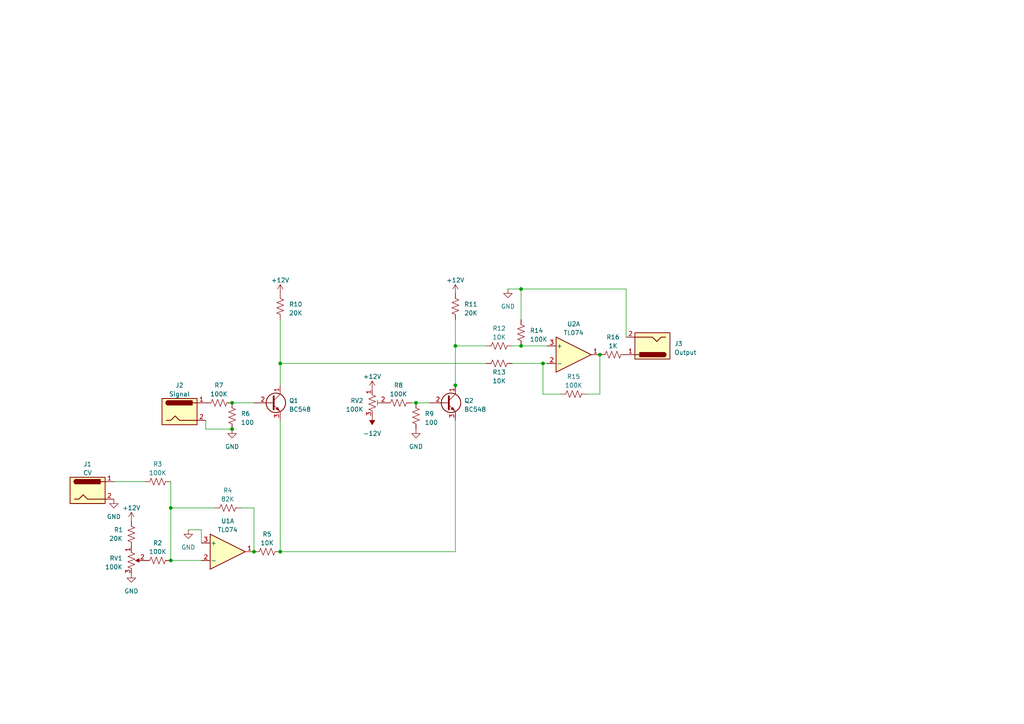
<source format=kicad_sch>
(kicad_sch (version 20230121) (generator eeschema)
  (paper "A4")
  (title_block (title "VCA"))
  (lib_symbols
    (symbol "Amplifier_Operational:TL074" (pin_names (offset 0.127))
      (property "Reference" "U" (at 0 5.08 0))
      (property "Value" "TL074" (at 0 -5.08 0))
      (symbol "TL074_1_1"
        (polyline (pts (xy -5.08 5.08) (xy 5.08 0) (xy -5.08 -5.08) (xy -5.08 5.08)) (stroke (width 0.254)) (fill (type background)))
        (pin output line (at 7.62 0 180) (length 2.54) (name "~") (number "1"))
        (pin input line (at -7.62 -2.54 0) (length 2.54) (name "-") (number "2"))
        (pin input line (at -7.62 2.54 0) (length 2.54) (name "+") (number "3"))
      )
      (symbol "TL074_2_1"
        (polyline (pts (xy -5.08 5.08) (xy 5.08 0) (xy -5.08 -5.08) (xy -5.08 5.08)) (stroke (width 0.254)) (fill (type background)))
        (pin input line (at -7.62 2.54 0) (length 2.54) (name "+") (number "5"))
        (pin input line (at -7.62 -2.54 0) (length 2.54) (name "-") (number "6"))
        (pin output line (at 7.62 0 180) (length 2.54) (name "~") (number "7"))
      )
      (symbol "TL074_3_1"
        (polyline (pts (xy -5.08 5.08) (xy 5.08 0) (xy -5.08 -5.08) (xy -5.08 5.08)) (stroke (width 0.254)) (fill (type background)))
        (pin input line (at -7.62 2.54 0) (length 2.54) (name "+") (number "10"))
        (pin output line (at 7.62 0 180) (length 2.54) (name "~") (number "8"))
        (pin input line (at -7.62 -2.54 0) (length 2.54) (name "-") (number "9"))
      )
      (symbol "TL074_4_1"
        (polyline (pts (xy -5.08 5.08) (xy 5.08 0) (xy -5.08 -5.08) (xy -5.08 5.08)) (stroke (width 0.254)) (fill (type background)))
        (pin input line (at -7.62 2.54 0) (length 2.54) (name "+") (number "12"))
        (pin input line (at -7.62 -2.54 0) (length 2.54) (name "-") (number "13"))
        (pin output line (at 7.62 0 180) (length 2.54) (name "~") (number "14"))
      )
      (symbol "TL074_5_1"
        (pin power_in line (at -2.54 -7.62 90) (length 3.81) (name "V-") (number "11"))
        (pin power_in line (at -2.54 7.62 270) (length 3.81) (name "V+") (number "4"))
      )
    )
    (symbol "Connector:Barrel_Jack" (pin_names (offset 1.016))
      (property "Reference" "J" (at 0 5.334 0))
      (property "Value" "Barrel_Jack" (at 0 -5.08 0))
      (symbol "Barrel_Jack_0_1"
        (rectangle (start -5.08 3.81) (end 5.08 -3.81) (stroke (width 0.254)) (fill (type background)))
        (arc (start -3.302 3.175) (mid -3.9343 2.54) (end -3.302 1.905) (stroke (width 0.254)))
        (arc (start -3.302 3.175) (mid -3.9343 2.54) (end -3.302 1.905) (stroke (width 0.254)) (fill (type outline)))
        (polyline (pts (xy 5.08 2.54) (xy 3.81 2.54)) (stroke (width 0.254)))
        (polyline (pts (xy -3.81 -2.54) (xy -2.54 -2.54) (xy -1.27 -1.27) (xy 0 -2.54) (xy 2.54 -2.54) (xy 5.08 -2.54)) (stroke (width 0.254)))
        (rectangle (start 3.683 3.175) (end -3.302 1.905) (stroke (width 0.254)) (fill (type outline)))
      )
      (symbol "Barrel_Jack_1_1"
        (pin passive line (at 7.62 2.54 180) (length 2.54) (name "~") (number "1"))
        (pin passive line (at 7.62 -2.54 180) (length 2.54) (name "~") (number "2"))
      )
    )
    (symbol "Device:R_Potentiometer_Trim_US" (pin_names (offset 1.016) hide)
      (property "Reference" "RV" (at -4.445 0 90))
      (property "Value" "R_Potentiometer_Trim_US" (at -2.54 0 90))
      (symbol "R_Potentiometer_Trim_US_0_1"
        (polyline (pts (xy 0 -2.286) (xy 0 -2.54)))
        (polyline (pts (xy 0 2.286) (xy 0 2.54)))
        (polyline (pts (xy 1.524 0.762) (xy 1.524 -0.762)))
        (polyline (pts (xy 2.54 0) (xy 1.524 0)))
        (polyline (pts (xy 0 -0.762) (xy 1.016 -1.143) (xy 0 -1.524) (xy -1.016 -1.905) (xy 0 -2.286)))
        (polyline (pts (xy 0 0.762) (xy 1.016 0.381) (xy 0 0) (xy -1.016 -0.381) (xy 0 -0.762)))
        (polyline (pts (xy 0 2.286) (xy 1.016 1.905) (xy 0 1.524) (xy -1.016 1.143) (xy 0 0.762)))
      )
      (symbol "R_Potentiometer_Trim_US_1_1"
        (pin passive line (at 0 3.81 270) (length 1.27) (name "1") (number "1"))
        (pin passive line (at 3.81 0 180) (length 1.27) (name "2") (number "2"))
        (pin passive line (at 0 -3.81 90) (length 1.27) (name "3") (number "3"))
      )
    )
    (symbol "Device:R_Potentiometer_US" (pin_names (offset 1.016) hide)
      (property "Reference" "RV" (at -4.445 0 90))
      (property "Value" "R_Potentiometer_US" (at -2.54 0 90))
      (symbol "R_Potentiometer_US_0_1"
        (polyline (pts (xy 0 -2.286) (xy 0 -2.54)))
        (polyline (pts (xy 0 2.54) (xy 0 2.286)))
        (polyline (pts (xy 2.54 0) (xy 1.524 0)))
        (polyline (pts (xy 1.143 0) (xy 2.286 0.508) (xy 2.286 -0.508) (xy 1.143 0)) (fill (type outline)))
        (polyline (pts (xy 0 -0.762) (xy 1.016 -1.143) (xy 0 -1.524) (xy -1.016 -1.905) (xy 0 -2.286)))
        (polyline (pts (xy 0 0.762) (xy 1.016 0.381) (xy 0 0) (xy -1.016 -0.381) (xy 0 -0.762)))
        (polyline (pts (xy 0 2.286) (xy 1.016 1.905) (xy 0 1.524) (xy -1.016 1.143) (xy 0 0.762)))
      )
      (symbol "R_Potentiometer_US_1_1"
        (pin passive line (at 0 3.81 270) (length 1.27) (name "1") (number "1"))
        (pin passive line (at 3.81 0 180) (length 1.27) (name "2") (number "2"))
        (pin passive line (at 0 -3.81 90) (length 1.27) (name "3") (number "3"))
      )
    )
    (symbol "Device:R_US" (pin_numbers hide) (pin_names (offset 0))
      (property "Reference" "R" (at 2.54 0 90))
      (property "Value" "R_US" (at -2.54 0 90))
      (symbol "R_US_0_1"
        (polyline (pts (xy 0 -2.286) (xy 0 -2.54)))
        (polyline (pts (xy 0 2.286) (xy 0 2.54)))
        (polyline (pts (xy 0 -0.762) (xy 1.016 -1.143) (xy 0 -1.524) (xy -1.016 -1.905) (xy 0 -2.286)))
        (polyline (pts (xy 0 0.762) (xy 1.016 0.381) (xy 0 0) (xy -1.016 -0.381) (xy 0 -0.762)))
        (polyline (pts (xy 0 2.286) (xy 1.016 1.905) (xy 0 1.524) (xy -1.016 1.143) (xy 0 0.762)))
      )
      (symbol "R_US_1_1"
        (pin passive line (at 0 3.81 270) (length 1.27) (name "~") (number "1"))
        (pin passive line (at 0 -3.81 90) (length 1.27) (name "~") (number "2"))
      )
    )
    (symbol "Transistor_BJT:BC548" (pin_names (offset 0) hide)
      (property "Reference" "Q" (at 5.08 1.905 0))
      (property "Value" "BC548" (at 5.08 0 0))
      (symbol "BC548_0_1"
        (polyline (pts (xy 0 0) (xy 0.635 0)))
        (polyline (pts (xy 0.635 0.635) (xy 2.54 2.54)))
        (polyline (pts (xy 0.635 -0.635) (xy 2.54 -2.54) (xy 2.54 -2.54)))
        (polyline (pts (xy 0.635 1.905) (xy 0.635 -1.905) (xy 0.635 -1.905)) (stroke (width 0.508)))
        (polyline (pts (xy 1.27 -1.778) (xy 1.778 -1.27) (xy 2.286 -2.286) (xy 1.27 -1.778) (xy 1.27 -1.778)) (fill (type outline)))
        (circle (center 1.27 0) (radius 2.8194) (stroke (width 0.254)))
      )
      (symbol "BC548_1_1"
        (pin passive line (at 2.54 5.08 270) (length 2.54) (name "C") (number "1"))
        (pin input line (at -5.08 0 0) (length 5.08) (name "B") (number "2"))
        (pin passive line (at 2.54 -5.08 90) (length 2.54) (name "E") (number "3"))
      )
    )
    (symbol "power:+12V" (power) (pin_names (offset 0))
      (property "Value" "+12V" (at 0 3.556 0))
      (symbol "+12V_0_1"
        (polyline (pts (xy -0.762 1.27) (xy 0 2.54)))
        (polyline (pts (xy 0 0) (xy 0 2.54)))
        (polyline (pts (xy 0 2.54) (xy 0.762 1.27)))
      )
      (symbol "+12V_1_1"
        (pin power_in line (at 0 0 90) (length 0) hide (name "+12V") (number "1"))
      )
    )
    (symbol "power:-12V" (power) (pin_names (offset 0))
      (property "Value" "-12V" (at 0 3.81 0))
      (symbol "-12V_0_0"
        (pin power_in line (at 0 0 90) (length 0) hide (name "-12V") (number "1"))
      )
      (symbol "-12V_0_1"
        (polyline (pts (xy 0 0) (xy 0 1.27) (xy 0.762 1.27) (xy 0 2.54) (xy -0.762 1.27) (xy 0 1.27)) (fill (type outline)))
      )
    )
    (symbol "power:GND" (power) (pin_names (offset 0))
      (property "Value" "GND" (at 0 -3.81 0))
      (symbol "GND_0_1"
        (polyline (pts (xy 0 0) (xy 0 -1.27) (xy 1.27 -1.27) (xy 0 -2.54) (xy -1.27 -1.27) (xy 0 -1.27)))
      )
      (symbol "GND_1_1"
        (pin power_in line (at 0 0 270) (length 0) hide (name "GND") (number "1"))
      )
    )
  )
  (junction (at 173.99 102.87))
  (junction (at 67.31 124.46))
  (junction (at 81.28 160.02))
  (junction (at 81.28 105.41))
  (junction (at 49.53 162.56))
  (junction (at 67.31 116.84))
  (junction (at 132.08 111.76))
  (junction (at 132.08 100.33))
  (junction (at 73.66 160.02))
  (junction (at 151.13 83.82))
  (junction (at 120.65 116.84))
  (junction (at 49.53 147.32))
  (junction (at 151.13 100.33))
  (junction (at 157.48 105.41))
  (wire (pts (xy 151.13 100.33) (xy 158.75 100.33)))
  (wire (pts (xy 151.13 83.82) (xy 181.61 83.82)))
  (wire (pts (xy 162.56 114.3) (xy 157.48 114.3)))
  (wire (pts (xy 81.28 105.41) (xy 81.28 111.76)))
  (wire (pts (xy 132.08 121.92) (xy 132.08 160.02)))
  (wire (pts (xy 33.02 139.7) (xy 41.91 139.7)))
  (wire (pts (xy 73.66 147.32) (xy 73.66 160.02)))
  (wire (pts (xy 157.48 105.41) (xy 158.75 105.41)))
  (wire (pts (xy 59.69 121.92) (xy 59.69 124.46)))
  (wire (pts (xy 81.28 105.41) (xy 140.97 105.41)))
  (wire (pts (xy 157.48 114.3) (xy 157.48 105.41)))
  (wire (pts (xy 81.28 121.92) (xy 81.28 160.02)))
  (wire (pts (xy 148.59 100.33) (xy 151.13 100.33)))
  (wire (pts (xy 132.08 100.33) (xy 140.97 100.33)))
  (wire (pts (xy 151.13 83.82) (xy 151.13 92.71)))
  (wire (pts (xy 58.42 157.48) (xy 58.42 153.67)))
  (wire (pts (xy 148.59 105.41) (xy 157.48 105.41)))
  (wire (pts (xy 49.53 139.7) (xy 49.53 147.32)))
  (wire (pts (xy 132.08 100.33) (xy 132.08 111.76)))
  (wire (pts (xy 173.99 114.3) (xy 170.18 114.3)))
  (wire (pts (xy 69.85 147.32) (xy 73.66 147.32)))
  (wire (pts (xy 58.42 153.67) (xy 54.61 153.67)))
  (wire (pts (xy 120.65 116.84) (xy 124.46 116.84)))
  (wire (pts (xy 59.69 124.46) (xy 67.31 124.46)))
  (wire (pts (xy 173.99 102.87) (xy 173.99 114.3)))
  (wire (pts (xy 49.53 147.32) (xy 62.23 147.32)))
  (wire (pts (xy 67.31 116.84) (xy 73.66 116.84)))
  (wire (pts (xy 132.08 113.03) (xy 132.08 111.76)))
  (wire (pts (xy 132.08 160.02) (xy 81.28 160.02)))
  (wire (pts (xy 81.28 92.71) (xy 81.28 105.41)))
  (wire (pts (xy 181.61 83.82) (xy 181.61 97.79)))
  (wire (pts (xy 49.53 162.56) (xy 58.42 162.56)))
  (wire (pts (xy 151.13 83.82) (xy 147.32 83.82)))
  (wire (pts (xy 132.08 92.71) (xy 132.08 100.33)))
  (wire (pts (xy 49.53 147.32) (xy 49.53 162.56)))
  (wire (pts (xy 119.38 116.84) (xy 120.65 116.84)))
  (symbol (lib_id "power:GND") (at 38.1 166.37 0) (unit 1)
    (property "Reference" "#PWR02" (effects hide))
    (property "Value" "GND" (at 38.1 171.45 0))
  )
  (symbol (lib_id "power:+12V") (at 81.28 85.09 0) (unit 1)
    (property "Reference" "#PWR09" (effects hide))
    (property "Value" "+12V" (at 81.28 81.28 0))
  )
  (symbol (lib_id "Device:R_US") (at 38.1 154.94 0) (unit 1)
    (property "Reference" "R1" (at 33.02 153.67 0) (effects (justify left)))
    (property "Value" "20K" (at 35.56 156.21 0) (effects (justify right)))
  )
  (symbol (lib_id "power:+12V") (at 107.95 113.03 0) (unit 1)
    (property "Reference" "#PWR07" (effects hide))
    (property "Value" "+12V" (at 107.95 109.22 0))
  )
  (symbol (lib_id "Device:R_US") (at 81.28 88.9 0) (unit 1)
    (property "Reference" "R10" (at 83.82 88.265 0) (effects (justify left)))
    (property "Value" "20K" (at 83.82 90.805 0) (effects (justify left)))
  )
  (symbol (lib_id "power:+12V") (at 132.08 85.09 0) (unit 1)
    (property "Reference" "#PWR010" (effects hide))
    (property "Value" "+12V" (at 132.08 81.28 0))
  )
  (symbol (lib_id "Transistor_BJT:BC548") (at 129.54 116.84 0) (unit 1)
    (property "Reference" "Q2" (at 134.62 116.205 0) (effects (justify left)))
    (property "Value" "BC548" (at 134.62 118.745 0) (effects (justify left)))
    (property "Footprint" "Package_TO_SOT_THT:TO-92_Inline" (effects hide))
    (property "Datasheet" "https://www.onsemi.com/pub/Collateral/BC550-D.pdf" (effects hide))
  )
  (symbol (lib_id "Device:R_US") (at 144.78 100.33 90) (unit 1)
    (property "Reference" "R12" (at 144.78 95.25 90))
    (property "Value" "10K" (at 144.78 97.79 90))
  )
  (symbol (lib_id "Device:R_US") (at 66.04 147.32 90) (unit 1)
    (property "Reference" "R4" (at 66.04 142.24 90))
    (property "Value" "82K" (at 66.04 144.78 90))
  )
  (symbol (lib_id "Device:R_US") (at 144.78 105.41 90) (unit 1)
    (property "Reference" "R13" (at 144.78 107.95 90))
    (property "Value" "10K" (at 144.78 110.49 90))
  )
  (symbol (lib_id "Device:R_US") (at 132.08 88.9 0) (unit 1)
    (property "Reference" "R11" (at 134.62 88.265 0) (effects (justify left)))
    (property "Value" "20K" (at 134.62 90.805 0) (effects (justify left)))
  )
  (symbol (lib_id "Device:R_US") (at 120.65 120.65 0) (unit 1)
    (property "Reference" "R9" (at 123.19 120.015 0) (effects (justify left)))
    (property "Value" "100" (at 123.19 122.555 0) (effects (justify left)))
  )
  (symbol (lib_id "Amplifier_Operational:TL074") (at 66.04 160.02 0) (unit 1)
    (property "Reference" "U1" (at 66.04 151.13 0))
    (property "Value" "TL074" (at 66.04 153.67 0))
    (property "Datasheet" "http://www.ti.com/lit/ds/symlink/tl071.pdf" (effects hide))
  )
  (symbol (lib_id "power:-12V") (at 107.95 120.65 180) (unit 1)
    (property "Reference" "#PWR08" (effects hide))
    (property "Value" "-12V" (at 107.95 125.73 0))
  )
  (symbol (lib_id "Device:R_US") (at 151.13 96.52 0) (unit 1)
    (property "Reference" "R14" (at 153.67 95.885 0) (effects (justify left)))
    (property "Value" "100K" (at 153.67 98.425 0) (effects (justify left)))
  )
  (symbol (lib_id "power:GND") (at 54.61 153.67 0) (unit 1)
    (property "Reference" "#PWR04" (effects hide))
    (property "Value" "GND" (at 54.61 158.75 0))
  )
  (symbol (lib_id "Device:R_US") (at 63.5 116.84 90) (unit 1)
    (property "Reference" "R7" (at 63.5 111.76 90))
    (property "Value" "100K" (at 63.5 114.3 90))
  )
  (symbol (lib_id "Transistor_BJT:BC548") (at 78.74 116.84 0) (unit 1)
    (property "Reference" "Q1" (at 83.82 116.205 0) (effects (justify left)))
    (property "Value" "BC548" (at 83.82 118.745 0) (effects (justify left)))
    (property "Footprint" "Package_TO_SOT_THT:TO-92_Inline" (effects hide))
    (property "Datasheet" "https://www.onsemi.com/pub/Collateral/BC550-D.pdf" (effects hide))
  )
  (symbol (lib_id "Device:R_US") (at 45.72 162.56 90) (unit 1)
    (property "Reference" "R2" (at 45.72 157.48 90))
    (property "Value" "100K" (at 45.72 160.02 90))
  )
  (symbol (lib_id "Connector:Barrel_Jack") (at 52.07 119.38 0) (unit 1)
    (property "Reference" "J2" (at 52.07 111.76 0))
    (property "Value" "Signal" (at 52.07 114.3 0))
  )
  (symbol (lib_id "Amplifier_Operational:TL074") (at 166.37 102.87 0) (unit 1)
    (property "Reference" "U2" (at 166.37 93.98 0))
    (property "Value" "TL074" (at 166.37 96.52 0))
    (property "Datasheet" "http://www.ti.com/lit/ds/symlink/tl071.pdf" (effects hide))
  )
  (symbol (lib_id "power:+12V") (at 38.1 151.13 0) (unit 1)
    (property "Reference" "#PWR01" (effects hide))
    (property "Value" "+12V" (at 38.1 147.32 0))
  )
  (symbol (lib_id "Device:R_US") (at 67.31 120.65 0) (unit 1)
    (property "Reference" "R6" (at 69.85 120.015 0) (effects (justify left)))
    (property "Value" "100" (at 69.85 122.555 0) (effects (justify left)))
  )
  (symbol (lib_id "Device:R_US") (at 177.8 102.87 90) (unit 1)
    (property "Reference" "R16" (at 177.8 97.79 90))
    (property "Value" "1K" (at 177.8 100.33 90))
  )
  (symbol (lib_id "power:GND") (at 33.02 144.78 0) (unit 1)
    (property "Reference" "#PWR03" (effects hide))
    (property "Value" "GND" (at 33.02 149.86 0))
  )
  (symbol (lib_id "Device:R_US") (at 166.37 114.3 90) (unit 1)
    (property "Reference" "R15" (at 166.37 109.22 90))
    (property "Value" "100K" (at 166.37 111.76 90))
  )
  (symbol (lib_id "Device:R_US") (at 45.72 139.7 90) (unit 1)
    (property "Reference" "R3" (at 45.72 134.62 90))
    (property "Value" "100K" (at 45.72 137.16 90))
  )
  (symbol (lib_id "power:GND") (at 67.31 124.46 0) (unit 1)
    (property "Reference" "#PWR05" (effects hide))
    (property "Value" "GND" (at 67.31 129.54 0))
  )
  (symbol (lib_id "Device:R_US") (at 77.47 160.02 90) (unit 1)
    (property "Reference" "R5" (at 77.47 154.94 90))
    (property "Value" "10K" (at 77.47 157.48 90))
  )
  (symbol (lib_id "Device:R_Potentiometer_Trim_US") (at 107.95 116.84 0) (unit 1)
    (property "Reference" "RV2" (at 105.41 116.205 0) (effects (justify right)))
    (property "Value" "100K" (at 105.41 118.745 0) (effects (justify right)))
  )
  (symbol (lib_id "Device:R_US") (at 115.57 116.84 90) (unit 1)
    (property "Reference" "R8" (at 115.57 111.76 90))
    (property "Value" "100K" (at 115.57 114.3 90))
  )
  (symbol (lib_id "power:GND") (at 120.65 124.46 0) (unit 1)
    (property "Reference" "#PWR06" (effects hide))
    (property "Value" "GND" (at 120.65 129.54 0))
  )
  (symbol (lib_id "power:GND") (at 147.32 83.82 0) (unit 1)
    (property "Reference" "#PWR011" (effects hide))
    (property "Value" "GND" (at 147.32 88.9 0))
  )
  (symbol (lib_id "Connector:Barrel_Jack") (at 189.23 100.33 180) (unit 1)
    (property "Reference" "J3" (at 195.58 99.695 0) (effects (justify right)))
    (property "Value" "Output" (at 195.58 102.235 0) (effects (justify right)))
  )
  (symbol (lib_id "Connector:Barrel_Jack") (at 25.4 142.24 0) (unit 1)
    (property "Reference" "J1" (at 25.4 134.62 0))
    (property "Value" "CV" (at 25.4 137.16 0))
  )
  (symbol (lib_id "Device:R_Potentiometer_US") (at 38.1 162.56 0) (unit 1)
    (property "Reference" "RV1" (at 35.56 161.925 0) (effects (justify right)))
    (property "Value" "100K" (at 35.56 164.465 0) (effects (justify right)))
  )
)
</source>
